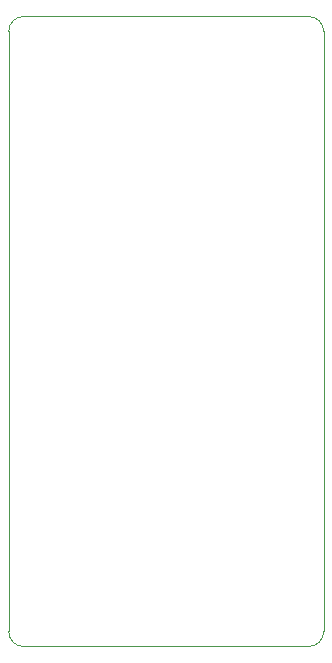
<source format=gbr>
%TF.GenerationSoftware,KiCad,Pcbnew,5.1.5+dfsg1-2~bpo10+1*%
%TF.CreationDate,2020-10-04T09:49:28+00:00*%
%TF.ProjectId,PWR,5057522e-6b69-4636-9164-5f7063625858,rev?*%
%TF.SameCoordinates,Original*%
%TF.FileFunction,Profile,NP*%
%FSLAX45Y45*%
G04 Gerber Fmt 4.5, Leading zero omitted, Abs format (unit mm)*
G04 Created by KiCad (PCBNEW 5.1.5+dfsg1-2~bpo10+1) date 2020-10-04 09:49:28*
%MOMM*%
%LPD*%
G04 APERTURE LIST*
%ADD10C,0.120000*%
G04 APERTURE END LIST*
D10*
X2476500Y-508000D02*
G75*
G02X2349500Y-635000I-127000J0D01*
G01*
X-190500Y4572000D02*
G75*
G02X-63500Y4699000I127000J0D01*
G01*
X-63500Y-635000D02*
G75*
G02X-190500Y-508000I0J127000D01*
G01*
X2349500Y4699000D02*
G75*
G02X2476500Y4572000I0J-127000D01*
G01*
X-190500Y4572000D02*
X-190500Y-508000D01*
X2349500Y4699000D02*
X-63500Y4699000D01*
X2476500Y-508000D02*
X2476500Y4572000D01*
X-63500Y-635000D02*
X2349500Y-635000D01*
M02*

</source>
